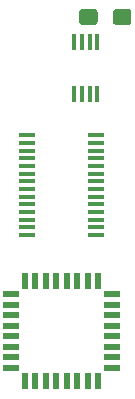
<source format=gtp>
G04 #@! TF.GenerationSoftware,KiCad,Pcbnew,5.1.12-84ad8e8a86~92~ubuntu20.04.1*
G04 #@! TF.CreationDate,2022-01-10T18:06:35+09:00*
G04 #@! TF.ProjectId,LI2026ODP,4c493230-3236-44f4-9450-2e6b69636164,rev?*
G04 #@! TF.SameCoordinates,Original*
G04 #@! TF.FileFunction,Paste,Top*
G04 #@! TF.FilePolarity,Positive*
%FSLAX46Y46*%
G04 Gerber Fmt 4.6, Leading zero omitted, Abs format (unit mm)*
G04 Created by KiCad (PCBNEW 5.1.12-84ad8e8a86~92~ubuntu20.04.1) date 2022-01-10 18:06:35*
%MOMM*%
%LPD*%
G01*
G04 APERTURE LIST*
%ADD10R,0.431800X1.422400*%
%ADD11R,1.384300X0.355600*%
%ADD12R,0.508000X1.358900*%
%ADD13R,1.358900X0.508000*%
G04 APERTURE END LIST*
G04 #@! TO.C,C1*
G36*
G01*
X129301000Y-87801001D02*
X129301000Y-86950999D01*
G75*
G02*
X129550999Y-86701000I249999J0D01*
G01*
X130626001Y-86701000D01*
G75*
G02*
X130876000Y-86950999I0J-249999D01*
G01*
X130876000Y-87801001D01*
G75*
G02*
X130626001Y-88051000I-249999J0D01*
G01*
X129550999Y-88051000D01*
G75*
G02*
X129301000Y-87801001I0J249999D01*
G01*
G37*
G36*
G01*
X126426000Y-87801001D02*
X126426000Y-86950999D01*
G75*
G02*
X126675999Y-86701000I249999J0D01*
G01*
X127751001Y-86701000D01*
G75*
G02*
X128001000Y-86950999I0J-249999D01*
G01*
X128001000Y-87801001D01*
G75*
G02*
X127751001Y-88051000I-249999J0D01*
G01*
X126675999Y-88051000D01*
G75*
G02*
X126426000Y-87801001I0J249999D01*
G01*
G37*
G04 #@! TD*
D10*
G04 #@! TO.C,U1*
X127974999Y-93865700D03*
X127325001Y-93865700D03*
X126674999Y-93865700D03*
X126025001Y-93865700D03*
X126025001Y-89522300D03*
X126674999Y-89522300D03*
X127325001Y-89522300D03*
X127974999Y-89522300D03*
G04 #@! TD*
D11*
G04 #@! TO.C,U3*
X127908050Y-97375000D03*
X127908050Y-98025001D03*
X127908050Y-98675000D03*
X127908050Y-99325001D03*
X127908050Y-99974999D03*
X127908050Y-100625001D03*
X127908050Y-101274999D03*
X127908050Y-101925001D03*
X127908050Y-102574999D03*
X127908050Y-103225001D03*
X127908050Y-103874999D03*
X127908050Y-104525000D03*
X127908050Y-105174999D03*
X127908050Y-105825000D03*
X122027950Y-105824998D03*
X122027950Y-105174999D03*
X122027950Y-104524998D03*
X122027950Y-103874999D03*
X122027950Y-103224998D03*
X122027950Y-102574999D03*
X122027950Y-101924998D03*
X122027950Y-101274999D03*
X122027950Y-100625001D03*
X122027950Y-99974999D03*
X122027950Y-99325001D03*
X122027950Y-98675000D03*
X122027950Y-98025001D03*
X122027950Y-97375000D03*
G04 #@! TD*
D12*
G04 #@! TO.C,U2*
X128079500Y-118228550D03*
X127190500Y-118228550D03*
X126301500Y-118228550D03*
X125412500Y-118228550D03*
X124523500Y-118228550D03*
X123634500Y-118228550D03*
X122745500Y-118228550D03*
X121856500Y-118228550D03*
D13*
X120694450Y-117066500D03*
X120694450Y-116177500D03*
X120694450Y-115288500D03*
X120694450Y-114399500D03*
X120694450Y-113510500D03*
X120694450Y-112621500D03*
X120694450Y-111732500D03*
X120694450Y-110843500D03*
D12*
X121856500Y-109681450D03*
X122745500Y-109681450D03*
X123634500Y-109681450D03*
X124523500Y-109681450D03*
X125412500Y-109681450D03*
X126301500Y-109681450D03*
X127190500Y-109681450D03*
X128079500Y-109681450D03*
D13*
X129241550Y-110843500D03*
X129241550Y-111732500D03*
X129241550Y-112621500D03*
X129241550Y-113510500D03*
X129241550Y-114399500D03*
X129241550Y-115288500D03*
X129241550Y-116177500D03*
X129241550Y-117066500D03*
G04 #@! TD*
M02*

</source>
